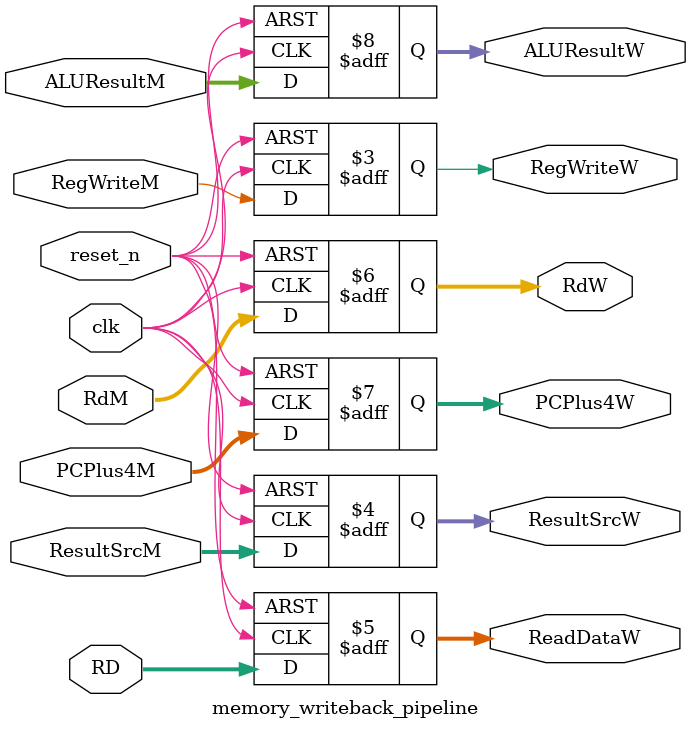
<source format=v>
module memory_writeback_pipeline(

input wire clk,
input wire reset_n,
input wire RegWriteM,
input wire [1:0] ResultSrcM,
input wire [31:0] ALUResultM,
input wire [31:0] RD,
input wire [11:7] RdM,
input wire [31:0] PCPlus4M,
output reg RegWriteW,
output reg [1:0] ResultSrcW,
output reg [31:0] ReadDataW,
output reg [11:7] RdW,
output reg [31:0] PCPlus4W,
output reg [31:0] ALUResultW
);


always @(posedge clk or negedge reset_n)
begin
  if (!reset_n)
  begin
  RegWriteW <= 1'b0;
  ResultSrcW <= 2'b0;
  ReadDataW <= 31'b0;
  RdW <= 5'b0;
  PCPlus4W <= 32'b0;
  ALUResultW <= 32'b0;
  end
else
begin
 RegWriteW <= RegWriteM;
  ResultSrcW <= ResultSrcM;
  ReadDataW <= RD;
  RdW <= RdM;
  PCPlus4W <= PCPlus4M;
  ALUResultW <= ALUResultM;


end

end

endmodule
</source>
